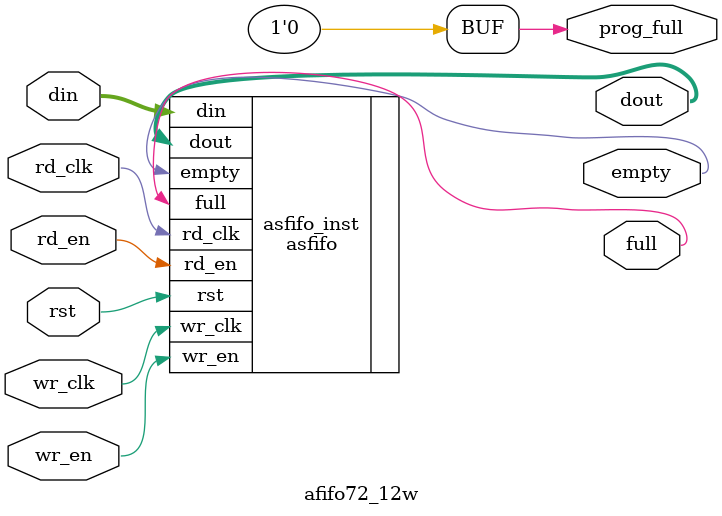
<source format=v>
`default_nettype none
module afifo72_12w (
	input wire rst,
	input wire wr_clk,
	input wire rd_clk,
	input wire [71:0] din,
	input wire wr_en,
	input wire rd_en,
	output wire [71:0] dout,
	output wire full,
	output wire empty,
	output wire prog_full
);

asfifo # (
	.DATA_WIDTH(72),
	.ADDRESS_WIDTH(12)
) asfifo_inst (
	.dout(dout), 
	.empty(empty),
	.rd_en(rd_en),
	.rd_clk(rd_clk),        
	.din(din),  
	.full(full),
	.wr_en(wr_en),
	.wr_clk(wr_clk),
	.rst(rst)
);

assign prog_full = 1'b0;

endmodule
`default_nettype wire

</source>
